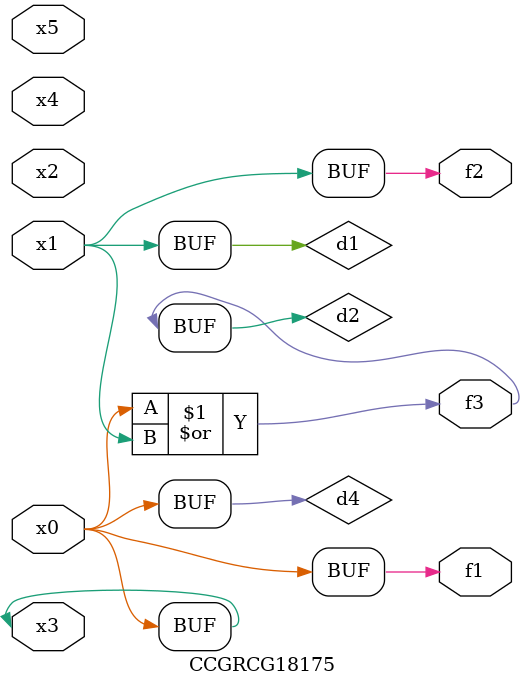
<source format=v>
module CCGRCG18175(
	input x0, x1, x2, x3, x4, x5,
	output f1, f2, f3
);

	wire d1, d2, d3, d4;

	and (d1, x1);
	or (d2, x0, x1);
	nand (d3, x0, x5);
	buf (d4, x0, x3);
	assign f1 = d4;
	assign f2 = d1;
	assign f3 = d2;
endmodule

</source>
